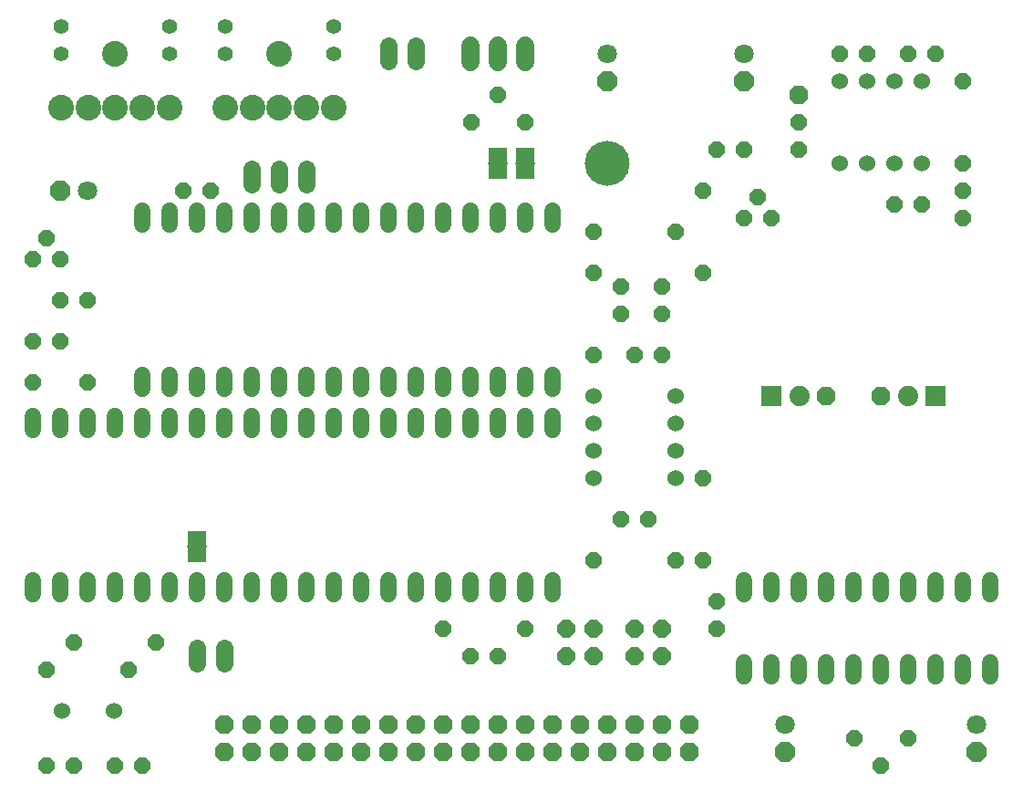
<source format=gbs>
G04 EAGLE Gerber RS-274X export*
G75*
%MOMM*%
%FSLAX34Y34*%
%LPD*%
%INSoldermask Bottom*%
%IPPOS*%
%AMOC8*
5,1,8,0,0,1.08239X$1,22.5*%
G01*
%ADD10P,1.649562X8X202.500000*%
%ADD11C,1.524000*%
%ADD12P,1.649562X8X292.500000*%
%ADD13P,1.649562X8X22.500000*%
%ADD14P,1.649562X8X112.500000*%
%ADD15C,1.625600*%
%ADD16C,2.387600*%
%ADD17C,1.403200*%
%ADD18P,1.869504X8X22.500000*%
%ADD19P,1.951982X8X292.500000*%
%ADD20C,1.803400*%
%ADD21P,1.951982X8X202.500000*%
%ADD22C,4.165600*%
%ADD23P,1.869504X8X202.500000*%
%ADD24C,1.727200*%
%ADD25R,1.803400X1.371600*%
%ADD26R,1.828800X0.152400*%
%ADD27R,1.917700X1.917700*%
%ADD28C,1.879600*%
%ADD29P,1.759533X8X22.500000*%
%ADD30C,1.524000*%


D10*
X432054Y635000D03*
X482346Y635000D03*
X457200Y660400D03*
X685800Y609600D03*
X660400Y609600D03*
D11*
X774700Y596900D03*
X800100Y596900D03*
X800100Y673100D03*
X774700Y673100D03*
X825500Y596900D03*
X850900Y596900D03*
X825500Y673100D03*
X850900Y673100D03*
D10*
X800100Y698500D03*
X774700Y698500D03*
D12*
X736600Y635000D03*
X736600Y609600D03*
D13*
X838200Y698500D03*
X863600Y698500D03*
D14*
X889000Y596900D03*
X889000Y673100D03*
D12*
X889000Y571500D03*
X889000Y546100D03*
D15*
X381000Y691388D02*
X381000Y705612D01*
X355600Y705612D02*
X355600Y691388D01*
D16*
X254000Y698500D03*
X279000Y648500D03*
X304000Y648500D03*
X229000Y648500D03*
X204000Y648500D03*
D17*
X304000Y698500D03*
X304000Y723500D03*
X204000Y723500D03*
X204000Y698500D03*
D16*
X253600Y648500D03*
D18*
X736600Y660400D03*
D19*
X723900Y50800D03*
D20*
X723900Y76200D03*
D19*
X901700Y50800D03*
D20*
X901700Y76200D03*
D16*
X101600Y698500D03*
X126600Y648500D03*
X151600Y648500D03*
X76600Y648500D03*
X51600Y648500D03*
D17*
X151600Y698500D03*
X151600Y723500D03*
X51600Y723500D03*
X51600Y698500D03*
D16*
X101200Y648500D03*
D13*
X546100Y228600D03*
X622300Y228600D03*
D10*
X596900Y266700D03*
X571500Y266700D03*
D11*
X546100Y381000D03*
X546100Y355600D03*
X622300Y355600D03*
X622300Y381000D03*
X546100Y330200D03*
X546100Y304800D03*
X622300Y330200D03*
X622300Y304800D03*
D12*
X571500Y482600D03*
X571500Y457200D03*
D14*
X546100Y419100D03*
X546100Y495300D03*
X609600Y457200D03*
X609600Y482600D03*
D10*
X609600Y419100D03*
X584200Y419100D03*
X482600Y165100D03*
X406400Y165100D03*
X457200Y139700D03*
X431800Y139700D03*
D21*
X50800Y571500D03*
D20*
X76200Y571500D03*
D13*
X546100Y533400D03*
X622300Y533400D03*
X825500Y558800D03*
X850900Y558800D03*
X165100Y571500D03*
X190500Y571500D03*
D22*
X558800Y596900D03*
D23*
X635000Y76200D03*
X609600Y76200D03*
X584200Y76200D03*
X558800Y76200D03*
X533400Y76200D03*
X508000Y76200D03*
X635000Y50800D03*
X609600Y50800D03*
X584200Y50800D03*
X558800Y50800D03*
X533400Y50800D03*
X508000Y50800D03*
X482600Y76200D03*
X482600Y50800D03*
X457200Y76200D03*
X431800Y76200D03*
X406400Y76200D03*
X381000Y76200D03*
X355600Y76200D03*
X330200Y76200D03*
X457200Y50800D03*
X431800Y50800D03*
X406400Y50800D03*
X381000Y50800D03*
X355600Y50800D03*
X330200Y50800D03*
X304800Y76200D03*
X304800Y50800D03*
X279400Y76200D03*
X254000Y76200D03*
X228600Y76200D03*
X203200Y76200D03*
X279400Y50800D03*
X254000Y50800D03*
X228600Y50800D03*
X203200Y50800D03*
D24*
X482600Y690880D02*
X482600Y706120D01*
X457200Y706120D02*
X457200Y690880D01*
X431800Y690880D02*
X431800Y706120D01*
D13*
X837946Y63500D03*
X787654Y63500D03*
X812800Y38100D03*
D25*
X482600Y589280D03*
X482600Y604520D03*
D26*
X482600Y596900D03*
D25*
X457200Y589280D03*
X457200Y604520D03*
D26*
X457200Y596900D03*
D27*
X711200Y381000D03*
X863600Y381000D03*
D28*
X737400Y381000D03*
X837400Y381000D03*
D18*
X812800Y381000D03*
X762000Y381000D03*
D19*
X685800Y673100D03*
D20*
X685800Y698500D03*
D12*
X647700Y304800D03*
X647700Y228600D03*
D29*
X584200Y139700D03*
X584200Y165100D03*
X609600Y139700D03*
X609600Y165100D03*
D19*
X558800Y673100D03*
D20*
X558800Y698500D03*
D30*
X25400Y209804D02*
X25400Y196596D01*
X50800Y196596D02*
X50800Y209804D01*
X177800Y209804D02*
X177800Y196596D01*
X203200Y196596D02*
X203200Y209804D01*
X76200Y209804D02*
X76200Y196596D01*
X101600Y196596D02*
X101600Y209804D01*
X152400Y209804D02*
X152400Y196596D01*
X127000Y196596D02*
X127000Y209804D01*
X228600Y209804D02*
X228600Y196596D01*
X254000Y196596D02*
X254000Y209804D01*
X279400Y209804D02*
X279400Y196596D01*
X304800Y196596D02*
X304800Y209804D01*
X330200Y209804D02*
X330200Y196596D01*
X355600Y196596D02*
X355600Y209804D01*
X381000Y209804D02*
X381000Y196596D01*
X406400Y196596D02*
X406400Y209804D01*
X431800Y209804D02*
X431800Y196596D01*
X457200Y196596D02*
X457200Y209804D01*
X482600Y209804D02*
X482600Y196596D01*
X508000Y196596D02*
X508000Y209804D01*
X508000Y348996D02*
X508000Y362204D01*
X482600Y362204D02*
X482600Y348996D01*
X457200Y348996D02*
X457200Y362204D01*
X431800Y362204D02*
X431800Y348996D01*
X406400Y348996D02*
X406400Y362204D01*
X381000Y362204D02*
X381000Y348996D01*
X355600Y348996D02*
X355600Y362204D01*
X330200Y362204D02*
X330200Y348996D01*
X304800Y348996D02*
X304800Y362204D01*
X279400Y362204D02*
X279400Y348996D01*
X254000Y348996D02*
X254000Y362204D01*
X228600Y362204D02*
X228600Y348996D01*
X203200Y348996D02*
X203200Y362204D01*
X177800Y362204D02*
X177800Y348996D01*
X152400Y348996D02*
X152400Y362204D01*
X127000Y362204D02*
X127000Y348996D01*
X101600Y348996D02*
X101600Y362204D01*
X76200Y362204D02*
X76200Y348996D01*
X50800Y348996D02*
X50800Y362204D01*
X25400Y362204D02*
X25400Y348996D01*
D11*
X100330Y88900D03*
X52070Y88900D03*
D13*
X38100Y38100D03*
X63500Y38100D03*
X101600Y38100D03*
X127000Y38100D03*
D10*
X114300Y127000D03*
X38100Y127000D03*
D13*
X63500Y152400D03*
X139700Y152400D03*
X25400Y431800D03*
X50800Y431800D03*
X25400Y393700D03*
X76200Y393700D03*
D30*
X127000Y387096D02*
X127000Y400304D01*
X152400Y400304D02*
X152400Y387096D01*
X279400Y387096D02*
X279400Y400304D01*
X304800Y400304D02*
X304800Y387096D01*
X177800Y387096D02*
X177800Y400304D01*
X203200Y400304D02*
X203200Y387096D01*
X254000Y387096D02*
X254000Y400304D01*
X228600Y400304D02*
X228600Y387096D01*
X330200Y387096D02*
X330200Y400304D01*
X355600Y400304D02*
X355600Y387096D01*
X381000Y387096D02*
X381000Y400304D01*
X406400Y400304D02*
X406400Y387096D01*
X431800Y387096D02*
X431800Y400304D01*
X457200Y400304D02*
X457200Y387096D01*
X482600Y387096D02*
X482600Y400304D01*
X508000Y400304D02*
X508000Y387096D01*
X508000Y539496D02*
X508000Y552704D01*
X482600Y552704D02*
X482600Y539496D01*
X457200Y539496D02*
X457200Y552704D01*
X431800Y552704D02*
X431800Y539496D01*
X406400Y539496D02*
X406400Y552704D01*
X381000Y552704D02*
X381000Y539496D01*
X355600Y539496D02*
X355600Y552704D01*
X330200Y552704D02*
X330200Y539496D01*
X304800Y539496D02*
X304800Y552704D01*
X279400Y552704D02*
X279400Y539496D01*
X254000Y539496D02*
X254000Y552704D01*
X228600Y552704D02*
X228600Y539496D01*
X203200Y539496D02*
X203200Y552704D01*
X177800Y552704D02*
X177800Y539496D01*
X152400Y539496D02*
X152400Y552704D01*
X127000Y552704D02*
X127000Y539496D01*
D15*
X177800Y146812D02*
X177800Y132588D01*
X203200Y132588D02*
X203200Y146812D01*
D13*
X25400Y508000D03*
X38100Y527050D03*
X50800Y508000D03*
D10*
X76200Y469900D03*
X50800Y469900D03*
D29*
X520700Y139700D03*
X520700Y165100D03*
X546100Y139700D03*
X546100Y165100D03*
D12*
X660400Y190500D03*
X660400Y165100D03*
D25*
X177800Y233680D03*
X177800Y248920D03*
D26*
X177800Y241300D03*
D15*
X228600Y577088D02*
X228600Y591312D01*
X254000Y591312D02*
X254000Y577088D01*
X279400Y577088D02*
X279400Y591312D01*
D30*
X685800Y133604D02*
X685800Y120396D01*
X711200Y120396D02*
X711200Y133604D01*
X736600Y133604D02*
X736600Y120396D01*
X762000Y120396D02*
X762000Y133604D01*
X787400Y133604D02*
X787400Y120396D01*
X812800Y120396D02*
X812800Y133604D01*
X838200Y133604D02*
X838200Y120396D01*
X863600Y120396D02*
X863600Y133604D01*
X889000Y133604D02*
X889000Y120396D01*
X914400Y120396D02*
X914400Y133604D01*
X914400Y196596D02*
X914400Y209804D01*
X889000Y209804D02*
X889000Y196596D01*
X863600Y196596D02*
X863600Y209804D01*
X838200Y209804D02*
X838200Y196596D01*
X812800Y196596D02*
X812800Y209804D01*
X787400Y209804D02*
X787400Y196596D01*
X762000Y196596D02*
X762000Y209804D01*
X736600Y209804D02*
X736600Y196596D01*
X711200Y196596D02*
X711200Y209804D01*
X685800Y209804D02*
X685800Y196596D01*
D13*
X711200Y546100D03*
X698500Y565150D03*
X685800Y546100D03*
D12*
X647700Y571500D03*
X647700Y495300D03*
M02*

</source>
